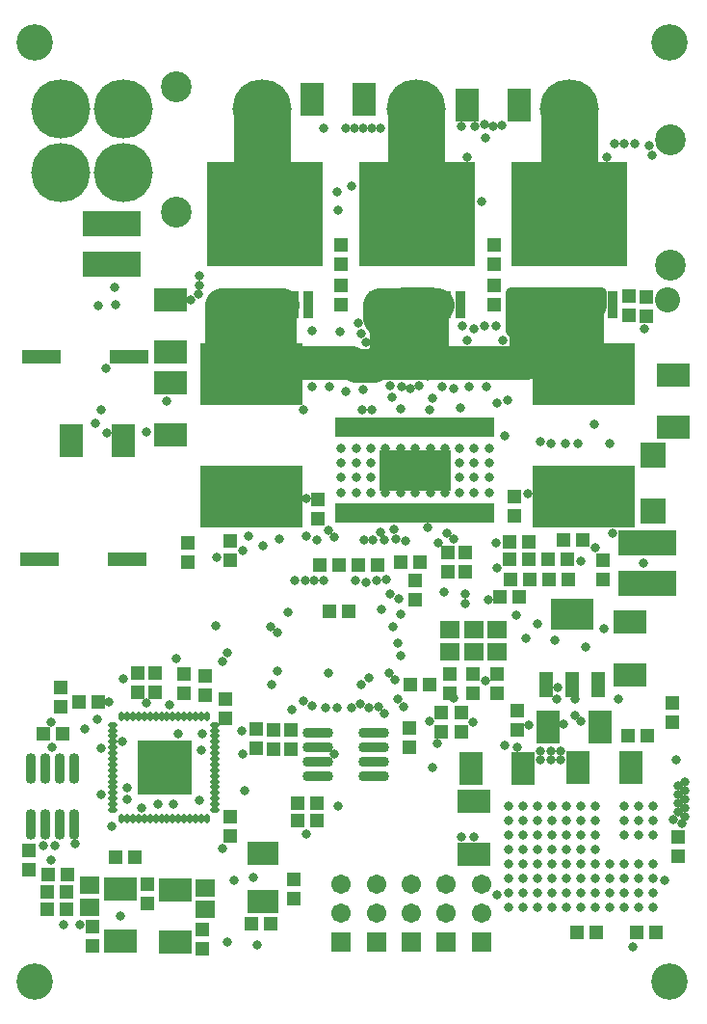
<source format=gbs>
%FSTAX23Y23*%
%MOIN*%
%SFA1B1*%

%IPPOS*%
%ADD32C,0.011810*%
%ADD37C,0.039370*%
%ADD38C,0.118110*%
%ADD39C,0.196850*%
%ADD85R,0.047370X0.051310*%
%ADD86R,0.051310X0.047370*%
%ADD88R,0.110360X0.082800*%
%ADD92R,0.145790X0.106420*%
%ADD93R,0.047370X0.086740*%
%ADD98R,0.067060X0.059180*%
%ADD99R,0.082800X0.114300*%
%ADD105R,0.037530X0.097960*%
%ADD106R,0.399540X0.362920*%
%ADD107C,0.126110*%
%ADD108C,0.204850*%
%ADD109C,0.106420*%
%ADD110R,0.067060X0.067060*%
%ADD111C,0.067060*%
%ADD112C,0.033000*%
%ADD113C,0.086740*%
%ADD114R,0.250000X0.142130*%
%ADD115R,0.185170X0.185170*%
%ADD116O,0.033590X0.017840*%
%ADD117O,0.017840X0.033590*%
%ADD118R,0.114300X0.082800*%
%ADD119R,0.352490X0.212720*%
%ADD120O,0.035560X0.106420*%
%ADD121C,0.032800*%
%ADD122R,0.204850X0.086740*%
%ADD123R,0.133980X0.045400*%
%ADD124O,0.106420X0.035560*%
%ADD125R,0.019810X0.069020*%
%ADD126R,0.086740X0.086740*%
%ADD127C,0.035170*%
%LNninja_3_2_pcb-1*%
%LPD*%
G54D32*
X01423Y02009D02*
Y02038D01*
X01262Y02065D02*
X01294Y02032D01*
X01257Y0207D02*
X01262Y02065D01*
X01423Y02038D02*
X0145Y02065D01*
G54D37*
X01715Y02305D02*
X02024D01*
X01727Y02129D02*
Y0216D01*
X01715Y02173D02*
X01727Y0216D01*
X01715Y02173D02*
Y02305D01*
X02024Y02274D02*
Y02305D01*
X01964Y02025D02*
X02015Y02075D01*
Y02265*
G54D38*
X01865Y02124D02*
Y02265D01*
X01964Y02025D02*
Y02264D01*
X0136Y02065D02*
X0145D01*
X01262D02*
X0136D01*
X01437Y02077D02*
Y02265D01*
X01339Y02085D02*
Y02266D01*
Y02085D02*
X0136Y02065D01*
X01287Y02265D02*
X01337D01*
X01257D02*
X01287D01*
X01437Y02077D02*
X0145Y02065D01*
X01339Y02266D02*
X01435D01*
X01337Y02265D02*
X01339Y02266D01*
X01435D02*
X01437Y02265D01*
X0071Y02127D02*
Y02265D01*
X0076Y0222D02*
X0091Y0207D01*
Y02265*
X01451Y02063D02*
X01591D01*
X01766Y02113D02*
Y02263D01*
X01765Y02111D02*
X01766Y02113D01*
X01765Y02065D02*
Y02111D01*
X01663Y02065D02*
X01765D01*
X01661Y02063D02*
X01663Y02065D01*
X01598Y02063D02*
X01661D01*
X01596Y02065D02*
X01598Y02063D01*
X01593Y02065D02*
X01596D01*
X01591Y02063D02*
X01593Y02065D01*
X00851D02*
X01015D01*
X00812Y02025D02*
X00851Y02065D01*
X0145D02*
X01451Y02063D01*
X0071Y02127D02*
X00812Y02025D01*
X0091Y02265D02*
X0092D01*
X0081D02*
X0091D01*
X0076D02*
X0081D01*
X0071D02*
X0076D01*
X01437D02*
X01457D01*
X01765D02*
X01815D01*
X01865*
X01965*
X01985*
X01765D02*
X01766Y02263D01*
X01257Y02216D02*
Y02265D01*
X01015Y02065D02*
X01161D01*
X01173Y02053*
X01236*
X01248Y02065*
X01262*
X01281Y02094D02*
Y02191D01*
X01257Y0207D02*
X01281Y02094D01*
X01257Y02216D02*
X01281Y02191D01*
G54D39*
X0085Y0261D02*
Y0294D01*
X01385Y0261D02*
Y0294D01*
X01915Y0261D02*
Y0294D01*
G54D85*
X0212Y02295D03*
Y02228D03*
X0218Y02225D03*
Y02291D03*
X01655Y0247D03*
Y02403D03*
Y02265D03*
Y02331D03*
X01125Y02403D03*
Y0247D03*
Y02265D03*
Y02331D03*
X0042Y00925D03*
Y00991D03*
X0048D03*
Y00925D03*
X0083Y0073D03*
Y00796D03*
X00455Y0026D03*
Y00193D03*
X0089Y00795D03*
Y00728D03*
X0095Y00795D03*
Y00728D03*
X01725Y016D03*
Y01533D03*
X01555Y0134D03*
Y01406D03*
X0147Y00855D03*
Y00788D03*
X0154Y00855D03*
Y00788D03*
X01735Y0086D03*
Y00793D03*
X01495Y0134D03*
Y01406D03*
X015Y0092D03*
Y00986D03*
X0158Y0092D03*
Y00986D03*
X01665Y0092D03*
Y00986D03*
X0229Y00425D03*
Y00358D03*
X0058Y0092D03*
Y00986D03*
X00155Y00875D03*
Y00941D03*
X00045Y0031D03*
Y00376D03*
X00655Y00915D03*
Y00981D03*
X0074Y00495D03*
Y00428D03*
X00725Y00835D03*
Y00901D03*
X00645Y00105D03*
Y00038D03*
X00265Y00115D03*
Y00048D03*
X0096Y00279D03*
Y00212D03*
X01045Y0159D03*
Y01523D03*
X0136Y008D03*
Y00733D03*
X0074Y0138D03*
Y01446D03*
X00595Y01375D03*
Y01441D03*
X0227Y0082D03*
Y00886D03*
X0138Y0131D03*
Y01243D03*
X0203Y0138D03*
Y01313D03*
G54D86*
X00285Y0089D03*
X00218D03*
X00095Y0078D03*
X00161D03*
X00178Y00294D03*
X00111D03*
X00175Y00235D03*
X00108D03*
Y00175D03*
X00175D03*
X00975Y0054D03*
X01041D03*
X00975Y0048D03*
X01041D03*
X0171Y01315D03*
X01776D03*
X01845D03*
X01911D03*
X01708Y01385D03*
X01775D03*
X0125Y01365D03*
X01183D03*
X02215Y00095D03*
X02148D03*
X0194D03*
X02006D03*
X0041Y00355D03*
X00343D03*
X00815Y00124D03*
X00881D03*
X01085Y01205D03*
X01151D03*
X01675Y01255D03*
X01741D03*
X0133Y01375D03*
X01396D03*
X01775Y01445D03*
X01708D03*
X01906Y01385D03*
X0184D03*
X0105Y01365D03*
X01116D03*
X02185Y00775D03*
X02118D03*
X01365Y0095D03*
X01431D03*
X01895Y0145D03*
X01961D03*
G54D88*
X00855Y00369D03*
Y002D03*
G54D92*
X01924Y01194D03*
G54D93*
X02015Y0095D03*
X01924D03*
X01833D03*
G54D98*
X015Y01065D03*
Y0114D03*
X01582Y01065D03*
Y0114D03*
X01665Y01065D03*
Y0114D03*
X00655Y00175D03*
Y00249D03*
X00255Y00181D03*
Y00256D03*
G54D99*
X01741Y02955D03*
X0156D03*
X00371Y01795D03*
X0019D03*
X01023Y02975D03*
X01205D03*
X01839Y00805D03*
X0202D03*
X01573Y0066D03*
X01755D03*
X02126Y00665D03*
X01945D03*
G54D105*
X0101Y02265D03*
X0096D03*
X0091D03*
X0081D03*
X0076D03*
X0071D03*
X01537D03*
X01487D03*
X01437D03*
X01337D03*
X01287D03*
X01237D03*
X02065D03*
X02015D03*
X01965D03*
X01865D03*
X01815D03*
X01765D03*
G54D106*
X0086Y02576D03*
X01387D03*
X01915D03*
G54D107*
X00065Y0317D03*
X0226Y-00075D03*
Y0317D03*
X00065Y-00075D03*
G54D108*
X0037Y0272D03*
Y0294D03*
X00155D03*
Y0272D03*
X0085Y0294D03*
X01385D03*
X01915D03*
G54D109*
X02265Y02833D03*
Y024D03*
X00555Y03018D03*
Y02585D03*
G54D110*
X01125Y0006D03*
X01246D03*
X01367D03*
X01488D03*
X0161D03*
G54D111*
X01125Y0016D03*
Y0026D03*
X01246Y0016D03*
Y0026D03*
X01367Y0016D03*
Y0026D03*
X01488Y0016D03*
Y0026D03*
X0161Y0016D03*
Y0026D03*
G54D112*
X0161Y0262D03*
X01308Y01486D03*
X01875Y0094D03*
X01023Y00879D03*
X0056Y0078D03*
X00315Y0182D03*
X00275Y01855D03*
X0045Y00887D03*
X00555Y0104D03*
X00366Y00753D03*
X0129Y0099D03*
X0132Y01095D03*
X01115Y0259D03*
X01025Y02175D03*
X0121Y02135D03*
X01185Y022D03*
X01195Y02165D03*
X012Y0197D03*
X0114Y01965D03*
X01196Y01901D03*
X0112Y0217D03*
X01457Y00747D03*
X01431Y00825D03*
X01275Y0085D03*
X01255Y00875D03*
X0131Y00966D03*
X0132Y009D03*
X0122Y00975D03*
Y0087D03*
X0119Y00885D03*
X01195Y0095D03*
X0116Y0087D03*
X0111D03*
X0094Y012D03*
X0146Y0144D03*
X01515Y01455D03*
X0091D03*
X01005Y01465D03*
X0104Y0145D03*
X01346Y01449D03*
X01315Y01455D03*
X01425Y01495D03*
X01489Y01475D03*
X0126Y01479D03*
X01235Y0145D03*
X01204Y0145D03*
X01275Y0145D03*
X0108Y01484D03*
X011Y0146D03*
X00855Y0143D03*
X00785Y01415D03*
X00805Y01465D03*
X0121Y01305D03*
X01246Y0131D03*
X0128Y01315D03*
X01295Y01265D03*
X01324Y01247D03*
X0166Y0144D03*
X01635Y01245D03*
X0108Y0099D03*
X0032Y0089D03*
X0037Y0097D03*
X02245Y00275D03*
X01665Y01355D03*
X00785Y0071D03*
X0078Y0079D03*
X01765Y0111D03*
X01815Y0179D03*
X00715Y00385D03*
X0079Y00585D03*
X00635Y0055D03*
X00885Y0095D03*
X01515Y00905D03*
X01625Y00965D03*
X01735Y00735D03*
X0158Y0082D03*
X0144Y00665D03*
X01665Y00225D03*
X02285Y0069D03*
X00285Y0226D03*
X00345Y02265D03*
X0034Y02325D03*
X0031Y02045D03*
X00695Y0139D03*
X0088Y0115D03*
X00715Y0103D03*
X0073Y0106D03*
X00645Y0078D03*
X0028Y0083D03*
X00295Y0073D03*
X00125Y00735D03*
X00295Y0057D03*
X00385Y00555D03*
Y00595D03*
X0033Y0046D03*
X00095Y00395D03*
X0012Y00345D03*
X0022Y0012D03*
X00165D03*
X0073Y0006D03*
X0082Y00285D03*
X00835Y0005D03*
X01955Y00825D03*
X01935Y009D03*
Y00843D03*
X01775Y0081D03*
X01895Y00815D03*
X0187Y009D03*
X01885Y0069D03*
X0185D03*
X01815D03*
X01952Y01378D03*
X02065Y01475D03*
X02005Y01425D03*
X01005Y01595D03*
X01329Y0105D03*
X0134Y00875D03*
X00955Y00865D03*
X01065Y0131D03*
X0103D03*
X00999D03*
X00965D03*
X0133Y01195D03*
X01265Y0121D03*
X01305Y0115D03*
X01175Y0131D03*
X01685Y0214D03*
X0162Y0219D03*
X0166D03*
X01585Y0218D03*
X00995Y019D03*
X013Y01945D03*
X01333Y01981D03*
X0133Y01905D03*
X01364Y01975D03*
X01294Y01985D03*
X01395Y01985D03*
X0144Y0194D03*
X01536Y01908D03*
X01626Y01981D03*
X01665Y01925D03*
X0143Y019D03*
X01515Y01975D03*
X01625Y0284D03*
X02055Y01785D03*
X022Y0278D03*
X0219Y02815D03*
X0214Y02821D03*
X02175Y0218D03*
X0045Y01825D03*
X01586Y0288D03*
X0154D03*
X0162Y02887D03*
X0165Y0288D03*
X00605Y02281D03*
X00635Y02365D03*
Y0233D03*
X0207Y02821D03*
X02105D03*
X0126Y02875D03*
X0123D03*
X012D03*
X0117D03*
X0114D03*
X017Y01935D03*
X0156Y0214D03*
X01566Y01981D03*
X02315Y00585D03*
Y00615D03*
X0148Y0127D03*
X0064Y00725D03*
X0069Y01155D03*
X01865Y01105D03*
X01805Y0116D03*
X0107Y0087D03*
X011Y0071D03*
X01545Y0219D03*
X02045Y02775D03*
X01475Y0198D03*
X0123Y019D03*
X0116Y02675D03*
X0156Y02775D03*
X0111Y02655D03*
X0177Y0161D03*
X02Y0185D03*
X00295Y019D03*
X00995Y00895D03*
X01585Y00425D03*
X0154D03*
X0053Y0088D03*
X02135Y00045D03*
X00905Y0113D03*
X00902Y00997D03*
X0197Y0108D03*
X0173Y0119D03*
X0063Y023D03*
X01555Y01265D03*
X01065Y02875D03*
X0168Y02885D03*
X00755Y00275D03*
X0169Y0181D03*
X01849Y01784D03*
X0036Y0015D03*
X01022Y01981D03*
X00236Y00796D03*
X01555Y0123D03*
X0012Y0082D03*
X02035Y01145D03*
X0185Y0072D03*
X01115Y0053D03*
X01329Y01615D03*
X01534D03*
X01125Y01666D03*
Y01615D03*
X01176D03*
X01227D03*
X01278D03*
X01381D03*
X01432D03*
X01483D03*
X01585D03*
X01637D03*
X01176Y01666D03*
X01227D03*
X01278D03*
X01329D03*
X01381D03*
X01432D03*
X01483D03*
X01534D03*
X01585D03*
X01637D03*
X01125Y01717D03*
X01176D03*
X01227D03*
X01278D03*
X01329D03*
X01381D03*
X01432D03*
X01483D03*
X01534D03*
X01585D03*
X01637D03*
X01125Y01768D03*
X01176D03*
X01227D03*
X01278D03*
X01329D03*
X01381D03*
X01432D03*
X01483D03*
X01534D03*
X01585D03*
X01637D03*
X0052Y0193D03*
X00435Y00525D03*
X01082Y01981D03*
X01885Y0072D03*
X01815D03*
X01945Y01785D03*
X019D03*
X0169Y0074D03*
X0229Y006D03*
X02315Y00495D03*
X0229Y0054D03*
Y0051D03*
X02315Y00525D03*
X0229Y0057D03*
X02315Y00555D03*
X01005Y00435D03*
X00135Y00395D03*
X00205Y004D03*
X02085Y009D03*
X0217Y0137D03*
X0049Y00539D03*
X00545D03*
X02275Y00485D03*
X02305Y0047D03*
G54D113*
X02255Y0228D03*
G54D114*
X01379Y01692D03*
G54D115*
X00512Y00665D03*
G54D116*
X00688Y00517D03*
Y00537D03*
Y00556D03*
Y00576D03*
Y00596D03*
Y00615D03*
Y00635D03*
Y00655D03*
Y00674D03*
Y00694D03*
Y00714D03*
Y00733D03*
Y00753D03*
Y00773D03*
Y00792D03*
Y00812D03*
X00335D03*
Y00792D03*
Y00773D03*
Y00753D03*
Y00733D03*
Y00714D03*
Y00694D03*
Y00674D03*
Y00655D03*
Y00635D03*
Y00615D03*
Y00596D03*
Y00576D03*
Y00556D03*
Y00537D03*
Y00517D03*
G54D117*
X00659Y00841D03*
X00639D03*
X0062D03*
X006D03*
X0058D03*
X00561D03*
X00541D03*
X00521D03*
X00502D03*
X00482D03*
X00462D03*
X00443D03*
X00423D03*
X00403D03*
X00384D03*
X00364D03*
Y00488D03*
X00384D03*
X00403D03*
X00423D03*
X00443D03*
X00462D03*
X00482D03*
X00502D03*
X00521D03*
X00541D03*
X00561D03*
X0058D03*
X006D03*
X0062D03*
X00639D03*
X00659D03*
G54D118*
X00535Y02281D03*
Y021D03*
X0055Y00241D03*
Y0006D03*
X0036Y00244D03*
Y00063D03*
X02125Y01166D03*
Y00985D03*
X02275Y02021D03*
Y0184D03*
X00535Y01813D03*
Y01995D03*
X01585Y00365D03*
Y00546D03*
G54D119*
X00812Y02025D03*
Y016D03*
X01964Y02025D03*
Y016D03*
G54D120*
X0005Y00661D03*
X001D03*
X0015D03*
X002D03*
X0005Y00468D03*
X001D03*
X0015D03*
X002D03*
G54D121*
X01705Y00331D03*
Y00281D03*
Y00231D03*
Y00181D03*
Y00531D03*
X01755D03*
X01805D03*
X01855D03*
X01905D03*
X01955D03*
X02005D03*
X02105D03*
X02155D03*
X02205D03*
Y00481D03*
X02155D03*
X02105D03*
X02005D03*
X01955D03*
X01905D03*
X01855D03*
X01805D03*
X01755D03*
X01705D03*
X02205Y00431D03*
X02155D03*
X02105D03*
X02005D03*
X01955D03*
X01905D03*
X01855D03*
X01805D03*
X01755D03*
X01705D03*
X02005Y00381D03*
X01955D03*
X01905D03*
X01855D03*
X01805D03*
X01755D03*
X01705D03*
X02205Y00331D03*
X02155D03*
X02105D03*
X02055D03*
X02005D03*
X01955D03*
X01905D03*
X01855D03*
X01805D03*
X01755D03*
X02205Y00281D03*
X02155D03*
X02105D03*
X02055D03*
X02005D03*
X01955D03*
X01905D03*
X01855D03*
X01805D03*
X01755D03*
X02205Y00231D03*
X02155D03*
X02105D03*
X02055D03*
X02005D03*
X01955D03*
X01905D03*
X01855D03*
X01805D03*
X01755D03*
X02205Y00181D03*
X02155D03*
X02105D03*
X02055D03*
X02005D03*
X01955D03*
X01905D03*
X01855D03*
X01805D03*
X01755D03*
G54D122*
X02185Y0144D03*
Y013D03*
X0033Y02545D03*
Y02405D03*
G54D123*
X00086Y02085D03*
X0039D03*
X00081Y01385D03*
X00385D03*
G54D124*
X01236Y00785D03*
Y00735D03*
Y00685D03*
Y00635D03*
X01043Y00785D03*
Y00735D03*
Y00685D03*
Y00635D03*
G54D125*
X01645Y0184D03*
X01625D03*
X01605D03*
X01585D03*
X01566D03*
X01546D03*
X01526D03*
X01507D03*
X01487D03*
X01467D03*
X01448D03*
X01428D03*
X01408D03*
X01389D03*
X01369D03*
X01349D03*
X0133D03*
X0131D03*
X0129D03*
X0127D03*
X01251D03*
X01231D03*
X01211D03*
X01192D03*
X01172D03*
X01152D03*
X01133Y0184D03*
X01113Y0184D03*
Y01545D03*
X01133D03*
X01152D03*
X01172D03*
X01192D03*
X01211D03*
X01231D03*
X01251D03*
X0127D03*
X0129D03*
X0131D03*
X0133D03*
X01349D03*
X01369D03*
X01389D03*
X01408D03*
X01428D03*
X01448D03*
X01467D03*
X01487D03*
X01507D03*
X01526D03*
X01546D03*
X01566D03*
X01585D03*
X01605D03*
X01625D03*
X01645D03*
G54D126*
X02205Y0155D03*
Y01745D03*
G54D127*
X00441Y00735D03*
Y00688D03*
Y00641D03*
Y00594D03*
X00488Y00735D03*
Y00688D03*
Y00641D03*
Y00594D03*
X00535Y00735D03*
Y00688D03*
Y00641D03*
Y00594D03*
X00582Y00735D03*
Y00688D03*
Y00641D03*
Y00594D03*
M02*
</source>
